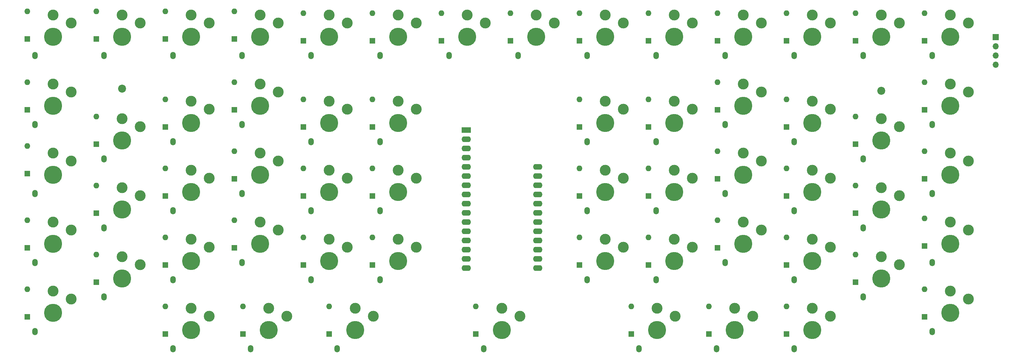
<source format=gbr>
%TF.GenerationSoftware,KiCad,Pcbnew,8.0.3*%
%TF.CreationDate,2024-11-08T10:21:23-08:00*%
%TF.ProjectId,return,72657475-726e-42e6-9b69-6361645f7063,rev?*%
%TF.SameCoordinates,Original*%
%TF.FileFunction,Soldermask,Top*%
%TF.FilePolarity,Negative*%
%FSLAX46Y46*%
G04 Gerber Fmt 4.6, Leading zero omitted, Abs format (unit mm)*
G04 Created by KiCad (PCBNEW 8.0.3) date 2024-11-08 10:21:23*
%MOMM*%
%LPD*%
G01*
G04 APERTURE LIST*
G04 Aperture macros list*
%AMRoundRect*
0 Rectangle with rounded corners*
0 $1 Rounding radius*
0 $2 $3 $4 $5 $6 $7 $8 $9 X,Y pos of 4 corners*
0 Add a 4 corners polygon primitive as box body*
4,1,4,$2,$3,$4,$5,$6,$7,$8,$9,$2,$3,0*
0 Add four circle primitives for the rounded corners*
1,1,$1+$1,$2,$3*
1,1,$1+$1,$4,$5*
1,1,$1+$1,$6,$7*
1,1,$1+$1,$8,$9*
0 Add four rect primitives between the rounded corners*
20,1,$1+$1,$2,$3,$4,$5,0*
20,1,$1+$1,$4,$5,$6,$7,0*
20,1,$1+$1,$6,$7,$8,$9,0*
20,1,$1+$1,$8,$9,$2,$3,0*%
G04 Aperture macros list end*
%ADD10C,2.200000*%
%ADD11R,1.700000X1.700000*%
%ADD12O,1.700000X1.700000*%
%ADD13RoundRect,0.250000X-1.050000X-0.550000X1.050000X-0.550000X1.050000X0.550000X-1.050000X0.550000X0*%
%ADD14O,2.600000X1.600000*%
%ADD15R,1.600000X1.600000*%
%ADD16O,1.600000X1.600000*%
%ADD17C,3.000000*%
%ADD18C,5.000000*%
%ADD19O,1.500000X2.000000*%
G04 APERTURE END LIST*
D10*
%TO.C,REF\u002A\u002A*%
X238130000Y-24408325D03*
%TD*%
%TO.C,REF\u002A\u002A*%
X28575600Y-23813000D03*
%TD*%
D11*
%TO.C,J1*%
X269682225Y-9644425D03*
D12*
X269682225Y-12184425D03*
X269682225Y-14724425D03*
X269682225Y-17264425D03*
%TD*%
D13*
%TO.C,A1*%
X123532275Y-35243400D03*
D14*
X123532275Y-37783400D03*
X123532275Y-40323400D03*
X123532275Y-42863400D03*
X123532275Y-45403400D03*
X123532275Y-47943400D03*
X123532275Y-50483400D03*
X123532275Y-53023400D03*
X123532275Y-55563400D03*
X123532275Y-58103400D03*
X123532275Y-60643400D03*
X123532275Y-63183400D03*
X123532275Y-65723400D03*
X123532275Y-68263400D03*
X123532275Y-70803400D03*
X123532275Y-73343400D03*
X143252275Y-73343400D03*
X143252275Y-70803400D03*
X143252275Y-68263400D03*
X143252275Y-65723400D03*
X143252275Y-63183400D03*
X143252275Y-60643400D03*
X143252275Y-58103400D03*
X143252275Y-55563400D03*
X143252275Y-53023400D03*
X143252275Y-50483400D03*
X143252275Y-47943400D03*
X143252275Y-45403400D03*
%TD*%
D15*
%TO.C,D13*%
X192881250Y-10597525D03*
D16*
X192881250Y-2977525D03*
%TD*%
D15*
%TO.C,D2*%
X21431250Y-10121275D03*
D16*
X21431250Y-2501275D03*
%TD*%
D17*
%TO.C,SW7*%
X90725000Y-5725000D03*
D18*
X85725000Y-9525000D03*
D17*
X85725000Y-3525000D03*
D19*
X80725000Y-14675000D03*
%TD*%
D17*
%TO.C,SW28*%
X52625000Y-29537500D03*
D18*
X47625000Y-33337500D03*
D17*
X47625000Y-27337500D03*
D19*
X42625000Y-38487500D03*
%TD*%
D17*
%TO.C,SW14*%
X224075000Y-5725000D03*
D18*
X219075000Y-9525000D03*
D17*
X219075000Y-3525000D03*
D19*
X214075000Y-14675000D03*
%TD*%
D17*
%TO.C,SW58*%
X138350000Y-86687500D03*
D18*
X133350000Y-90487500D03*
D17*
X133350000Y-84487500D03*
D19*
X128350000Y-95637500D03*
%TD*%
D17*
%TO.C,SW55*%
X52625000Y-86687500D03*
D18*
X47625000Y-90487500D03*
D17*
X47625000Y-84487500D03*
D19*
X42625000Y-95637500D03*
%TD*%
D17*
%TO.C,SW8*%
X109775000Y-5725000D03*
D18*
X104775000Y-9525000D03*
D17*
X104775000Y-3525000D03*
D19*
X99775000Y-14675000D03*
%TD*%
D15*
%TO.C,D17*%
X2381250Y-29647525D03*
D16*
X2381250Y-22027525D03*
%TD*%
D17*
%TO.C,SW51*%
X224075000Y-67637500D03*
D18*
X219075000Y-71437500D03*
D17*
X219075000Y-65437500D03*
D19*
X214075000Y-76587500D03*
%TD*%
D17*
%TO.C,SW61*%
X224075000Y-86687500D03*
D18*
X219075000Y-90487500D03*
D17*
X219075000Y-84487500D03*
D19*
X214075000Y-95637500D03*
%TD*%
D17*
%TO.C,SW27*%
X33575000Y-72400000D03*
D18*
X28575000Y-76200000D03*
D17*
X28575000Y-70200000D03*
D19*
X23575000Y-81350000D03*
%TD*%
D15*
%TO.C,D42*%
X154781250Y-72510025D03*
D16*
X154781250Y-64890025D03*
%TD*%
D15*
%TO.C,D53*%
X230981250Y-58222525D03*
D16*
X230981250Y-50602525D03*
%TD*%
D15*
%TO.C,D23*%
X250031250Y-67271275D03*
D16*
X250031250Y-59651275D03*
%TD*%
D15*
%TO.C,D44*%
X173831250Y-53460025D03*
D16*
X173831250Y-45840025D03*
%TD*%
D15*
%TO.C,D26*%
X21431250Y-58222525D03*
D16*
X21431250Y-50602525D03*
%TD*%
D15*
%TO.C,D45*%
X173831250Y-72510025D03*
D16*
X173831250Y-64890025D03*
%TD*%
D15*
%TO.C,D34*%
X78581250Y-34410025D03*
D16*
X78581250Y-26790025D03*
%TD*%
D15*
%TO.C,D24*%
X250031250Y-86797525D03*
D16*
X250031250Y-79177525D03*
%TD*%
D17*
%TO.C,SW19*%
X14525000Y-62875000D03*
D18*
X9525000Y-66675000D03*
D17*
X9525000Y-60675000D03*
D19*
X4525000Y-71825000D03*
%TD*%
D17*
%TO.C,SW24*%
X262175000Y-81925000D03*
D18*
X257175000Y-85725000D03*
D17*
X257175000Y-79725000D03*
D19*
X252175000Y-90875000D03*
%TD*%
D17*
%TO.C,SW60*%
X202647700Y-86689200D03*
D18*
X197647700Y-90489200D03*
D17*
X197647700Y-84489200D03*
D19*
X192647700Y-95639200D03*
%TD*%
D17*
%TO.C,SW3*%
X14525000Y-5725000D03*
D18*
X9525000Y-9525000D03*
D17*
X9525000Y-3525000D03*
D19*
X4525000Y-14675000D03*
%TD*%
D15*
%TO.C,D28*%
X40481250Y-34410025D03*
D16*
X40481250Y-26790025D03*
%TD*%
D15*
%TO.C,D39*%
X97631250Y-72510025D03*
D16*
X97631250Y-64890025D03*
%TD*%
D17*
%TO.C,SW22*%
X262175000Y-43825000D03*
D18*
X257175000Y-47625000D03*
D17*
X257175000Y-41625000D03*
D19*
X252175000Y-52775000D03*
%TD*%
D15*
%TO.C,D41*%
X154781250Y-53460025D03*
D16*
X154781250Y-45840025D03*
%TD*%
D17*
%TO.C,SW41*%
X166925000Y-48587500D03*
D18*
X161925000Y-52387500D03*
D17*
X161925000Y-46387500D03*
D19*
X156925000Y-57537500D03*
%TD*%
D17*
%TO.C,SW59*%
X181216200Y-86687500D03*
D18*
X176216200Y-90487500D03*
D17*
X176216200Y-84487500D03*
D19*
X171216200Y-95637500D03*
%TD*%
D17*
%TO.C,SW52*%
X243125000Y-34300000D03*
D18*
X238125000Y-38100000D03*
D17*
X238125000Y-32100000D03*
D19*
X233125000Y-43250000D03*
%TD*%
D15*
%TO.C,D56*%
X61912500Y-91560025D03*
D16*
X61912500Y-83940025D03*
%TD*%
D15*
%TO.C,D7*%
X78581250Y-10597525D03*
D16*
X78581250Y-2977525D03*
%TD*%
D17*
%TO.C,SW50*%
X224075000Y-48587500D03*
D18*
X219075000Y-52387500D03*
D17*
X219075000Y-46387500D03*
D19*
X214075000Y-57537500D03*
%TD*%
D15*
%TO.C,D6*%
X59531250Y-10121275D03*
D16*
X59531250Y-2501275D03*
%TD*%
D15*
%TO.C,D37*%
X97631250Y-34410025D03*
D16*
X97631250Y-26790025D03*
%TD*%
D15*
%TO.C,D14*%
X211931250Y-10597525D03*
D16*
X211931250Y-2977525D03*
%TD*%
D15*
%TO.C,D38*%
X97631250Y-53460025D03*
D16*
X97631250Y-45840025D03*
%TD*%
D15*
%TO.C,D25*%
X21431250Y-39172525D03*
D16*
X21431250Y-31552525D03*
%TD*%
D15*
%TO.C,D59*%
X169072450Y-91560025D03*
D16*
X169072450Y-83940025D03*
%TD*%
D15*
%TO.C,D57*%
X85725000Y-91560025D03*
D16*
X85725000Y-83940025D03*
%TD*%
D17*
%TO.C,SW15*%
X243125000Y-5725000D03*
D18*
X238125000Y-9525000D03*
D17*
X238125000Y-3525000D03*
D19*
X233125000Y-14675000D03*
%TD*%
D15*
%TO.C,D5*%
X40481250Y-10121275D03*
D16*
X40481250Y-2501275D03*
%TD*%
D15*
%TO.C,D49*%
X211931250Y-34410025D03*
D16*
X211931250Y-26790025D03*
%TD*%
D15*
%TO.C,D54*%
X230981250Y-77272525D03*
D16*
X230981250Y-69652525D03*
%TD*%
D15*
%TO.C,D61*%
X211931250Y-91560025D03*
D16*
X211931250Y-83940025D03*
%TD*%
D17*
%TO.C,SW4*%
X33575000Y-5725000D03*
D18*
X28575000Y-9525000D03*
D17*
X28575000Y-3525000D03*
D19*
X23575000Y-14675000D03*
%TD*%
D17*
%TO.C,SW49*%
X224075000Y-29537500D03*
D18*
X219075000Y-33337500D03*
D17*
X219075000Y-27337500D03*
D19*
X214075000Y-38487500D03*
%TD*%
D17*
%TO.C,SW43*%
X185975000Y-29537500D03*
D18*
X180975000Y-33337500D03*
D17*
X180975000Y-27337500D03*
D19*
X175975000Y-38487500D03*
%TD*%
D15*
%TO.C,D40*%
X154781250Y-34410025D03*
D16*
X154781250Y-26790025D03*
%TD*%
D15*
%TO.C,D20*%
X2381250Y-86797525D03*
D16*
X2381250Y-79177525D03*
%TD*%
D17*
%TO.C,SW17*%
X14525000Y-24775000D03*
D18*
X9525000Y-28575000D03*
D17*
X9525000Y-22575000D03*
D19*
X4525000Y-33725000D03*
%TD*%
D15*
%TO.C,D11*%
X154781250Y-10597525D03*
D16*
X154781250Y-2977525D03*
%TD*%
D15*
%TO.C,D1*%
X2380900Y-10121275D03*
D16*
X2380900Y-2501275D03*
%TD*%
D17*
%TO.C,SW25*%
X33575000Y-34300000D03*
D18*
X28575000Y-38100000D03*
D17*
X28575000Y-32100000D03*
D19*
X23575000Y-43250000D03*
%TD*%
D15*
%TO.C,D19*%
X2381250Y-67747525D03*
D16*
X2381250Y-60127525D03*
%TD*%
D17*
%TO.C,SW37*%
X109775000Y-29537500D03*
D18*
X104775000Y-33337500D03*
D17*
X104775000Y-27337500D03*
D19*
X99775000Y-38487500D03*
%TD*%
D15*
%TO.C,D50*%
X211931250Y-53460025D03*
D16*
X211931250Y-45840025D03*
%TD*%
D15*
%TO.C,D9*%
X116681250Y-10597525D03*
D16*
X116681250Y-2977525D03*
%TD*%
D17*
%TO.C,SW10*%
X147875000Y-5725000D03*
D18*
X142875000Y-9525000D03*
D17*
X142875000Y-3525000D03*
D19*
X137875000Y-14675000D03*
%TD*%
D15*
%TO.C,D8*%
X97631250Y-10597525D03*
D16*
X97631250Y-2977525D03*
%TD*%
D17*
%TO.C,SW46*%
X205025000Y-24775000D03*
D18*
X200025000Y-28575000D03*
D17*
X200025000Y-22575000D03*
D19*
X195025000Y-33725000D03*
%TD*%
D15*
%TO.C,D27*%
X21431250Y-77272525D03*
D16*
X21431250Y-69652525D03*
%TD*%
D15*
%TO.C,D33*%
X59531250Y-67747525D03*
D16*
X59531250Y-60127525D03*
%TD*%
D15*
%TO.C,D30*%
X40481250Y-72510025D03*
D16*
X40481250Y-64890025D03*
%TD*%
D17*
%TO.C,SW57*%
X97868750Y-86687500D03*
D18*
X92868750Y-90487500D03*
D17*
X92868750Y-84487500D03*
D19*
X87868750Y-95637500D03*
%TD*%
D17*
%TO.C,SW53*%
X243125000Y-53350000D03*
D18*
X238125000Y-57150000D03*
D17*
X238125000Y-51150000D03*
D19*
X233125000Y-62300000D03*
%TD*%
D17*
%TO.C,SW23*%
X262175000Y-62875000D03*
D18*
X257175000Y-66675000D03*
D17*
X257175000Y-60675000D03*
D19*
X252175000Y-71825000D03*
%TD*%
D17*
%TO.C,SW44*%
X185975000Y-48587500D03*
D18*
X180975000Y-52387500D03*
D17*
X180975000Y-46387500D03*
D19*
X175975000Y-57537500D03*
%TD*%
D17*
%TO.C,SW29*%
X52625000Y-48587500D03*
D18*
X47625000Y-52387500D03*
D17*
X47625000Y-46387500D03*
D19*
X42625000Y-57537500D03*
%TD*%
D15*
%TO.C,D15*%
X230981250Y-10597525D03*
D16*
X230981250Y-2977525D03*
%TD*%
D15*
%TO.C,D52*%
X230981250Y-39172525D03*
D16*
X230981250Y-31552525D03*
%TD*%
D15*
%TO.C,D16*%
X250031250Y-10597525D03*
D16*
X250031250Y-2977525D03*
%TD*%
D15*
%TO.C,D31*%
X59531250Y-29647525D03*
D16*
X59531250Y-22027525D03*
%TD*%
D15*
%TO.C,D43*%
X173831250Y-34410025D03*
D16*
X173831250Y-26790025D03*
%TD*%
D17*
%TO.C,SW45*%
X185975000Y-67637500D03*
D18*
X180975000Y-71437500D03*
D17*
X180975000Y-65437500D03*
D19*
X175975000Y-76587500D03*
%TD*%
D15*
%TO.C,D36*%
X78581250Y-72510025D03*
D16*
X78581250Y-64890025D03*
%TD*%
D17*
%TO.C,SW35*%
X90725000Y-48587500D03*
D18*
X85725000Y-52387500D03*
D17*
X85725000Y-46387500D03*
D19*
X80725000Y-57537500D03*
%TD*%
D17*
%TO.C,SW48*%
X205025000Y-62875000D03*
D18*
X200025000Y-66675000D03*
D17*
X200025000Y-60675000D03*
D19*
X195025000Y-71825000D03*
%TD*%
D17*
%TO.C,SW13*%
X205025000Y-5725000D03*
D18*
X200025000Y-9525000D03*
D17*
X200025000Y-3525000D03*
D19*
X195025000Y-14675000D03*
%TD*%
D17*
%TO.C,SW11*%
X166925000Y-5725000D03*
D18*
X161925000Y-9525000D03*
D17*
X161925000Y-3525000D03*
D19*
X156925000Y-14675000D03*
%TD*%
D15*
%TO.C,D32*%
X59531250Y-48697525D03*
D16*
X59531250Y-41077525D03*
%TD*%
D17*
%TO.C,SW36*%
X90725000Y-67637500D03*
D18*
X85725000Y-71437500D03*
D17*
X85725000Y-65437500D03*
D19*
X80725000Y-76587500D03*
%TD*%
D17*
%TO.C,SW38*%
X109775000Y-48587500D03*
D18*
X104775000Y-52387500D03*
D17*
X104775000Y-46387500D03*
D19*
X99775000Y-57537500D03*
%TD*%
D17*
%TO.C,SW21*%
X262175000Y-24775000D03*
D18*
X257175000Y-28575000D03*
D17*
X257175000Y-22575000D03*
D19*
X252175000Y-33725000D03*
%TD*%
D17*
%TO.C,SW33*%
X71675000Y-62875000D03*
D18*
X66675000Y-66675000D03*
D17*
X66675000Y-60675000D03*
D19*
X61675000Y-71825000D03*
%TD*%
D17*
%TO.C,SW31*%
X71675000Y-24775000D03*
D18*
X66675000Y-28575000D03*
D17*
X66675000Y-22575000D03*
D19*
X61675000Y-33725000D03*
%TD*%
D17*
%TO.C,SW34*%
X90725000Y-29537500D03*
D18*
X85725000Y-33337500D03*
D17*
X85725000Y-27337500D03*
D19*
X80725000Y-38487500D03*
%TD*%
D17*
%TO.C,SW47*%
X205025000Y-43825000D03*
D18*
X200025000Y-47625000D03*
D17*
X200025000Y-41625000D03*
D19*
X195025000Y-52775000D03*
%TD*%
D17*
%TO.C,SW56*%
X74056250Y-86687500D03*
D18*
X69056250Y-90487500D03*
D17*
X69056250Y-84487500D03*
D19*
X64056250Y-95637500D03*
%TD*%
D15*
%TO.C,D35*%
X78581250Y-53460025D03*
D16*
X78581250Y-45840025D03*
%TD*%
D15*
%TO.C,D18*%
X2381250Y-47268775D03*
D16*
X2381250Y-39648775D03*
%TD*%
D17*
%TO.C,SW26*%
X33575000Y-53350000D03*
D18*
X28575000Y-57150000D03*
D17*
X28575000Y-51150000D03*
D19*
X23575000Y-62300000D03*
%TD*%
D17*
%TO.C,SW54*%
X243125000Y-72400000D03*
D18*
X238125000Y-76200000D03*
D17*
X238125000Y-70200000D03*
D19*
X233125000Y-81350000D03*
%TD*%
D15*
%TO.C,D47*%
X192881250Y-48697525D03*
D16*
X192881250Y-41077525D03*
%TD*%
D15*
%TO.C,D21*%
X250031250Y-29647525D03*
D16*
X250031250Y-22027525D03*
%TD*%
D15*
%TO.C,D10*%
X135731250Y-10597525D03*
D16*
X135731250Y-2977525D03*
%TD*%
D17*
%TO.C,SW9*%
X128825000Y-5725000D03*
D18*
X123825000Y-9525000D03*
D17*
X123825000Y-3525000D03*
D19*
X118825000Y-14675000D03*
%TD*%
D17*
%TO.C,SW16*%
X262175000Y-5725000D03*
D18*
X257175000Y-9525000D03*
D17*
X257175000Y-3525000D03*
D19*
X252175000Y-14675000D03*
%TD*%
D15*
%TO.C,D12*%
X173831250Y-10597525D03*
D16*
X173831250Y-2977525D03*
%TD*%
D15*
%TO.C,D29*%
X40481250Y-53460025D03*
D16*
X40481250Y-45840025D03*
%TD*%
D17*
%TO.C,SW5*%
X52625000Y-5725000D03*
D18*
X47625000Y-9525000D03*
D17*
X47625000Y-3525000D03*
D19*
X42625000Y-14675000D03*
%TD*%
D17*
%TO.C,SW42*%
X166925000Y-67637500D03*
D18*
X161925000Y-71437500D03*
D17*
X161925000Y-65437500D03*
D19*
X156925000Y-76587500D03*
%TD*%
D17*
%TO.C,SW32*%
X71675000Y-43825000D03*
D18*
X66675000Y-47625000D03*
D17*
X66675000Y-41625000D03*
D19*
X61675000Y-52775000D03*
%TD*%
D15*
%TO.C,D48*%
X192881250Y-67747525D03*
D16*
X192881250Y-60127525D03*
%TD*%
D17*
%TO.C,SW6*%
X71675000Y-5725000D03*
D18*
X66675000Y-9525000D03*
D17*
X66675000Y-3525000D03*
D19*
X61675000Y-14675000D03*
%TD*%
D17*
%TO.C,SW12*%
X185975000Y-5725000D03*
D18*
X180975000Y-9525000D03*
D17*
X180975000Y-3525000D03*
D19*
X175975000Y-14675000D03*
%TD*%
D15*
%TO.C,D55*%
X40481250Y-91560025D03*
D16*
X40481250Y-83940025D03*
%TD*%
D15*
%TO.C,D60*%
X190503950Y-91561725D03*
D16*
X190503950Y-83941725D03*
%TD*%
D17*
%TO.C,SW40*%
X166925000Y-29537500D03*
D18*
X161925000Y-33337500D03*
D17*
X161925000Y-27337500D03*
D19*
X156925000Y-38487500D03*
%TD*%
D15*
%TO.C,D46*%
X192881250Y-29647525D03*
D16*
X192881250Y-22027525D03*
%TD*%
D15*
%TO.C,D51*%
X211931250Y-72510025D03*
D16*
X211931250Y-64890025D03*
%TD*%
D17*
%TO.C,SW18*%
X14525000Y-43825000D03*
D18*
X9525000Y-47625000D03*
D17*
X9525000Y-41625000D03*
D19*
X4525000Y-52775000D03*
%TD*%
D15*
%TO.C,D58*%
X126206250Y-91560025D03*
D16*
X126206250Y-83940025D03*
%TD*%
D17*
%TO.C,SW39*%
X109775000Y-67637500D03*
D18*
X104775000Y-71437500D03*
D17*
X104775000Y-65437500D03*
D19*
X99775000Y-76587500D03*
%TD*%
D17*
%TO.C,SW20*%
X14525000Y-81925000D03*
D18*
X9525000Y-85725000D03*
D17*
X9525000Y-79725000D03*
D19*
X4525000Y-90875000D03*
%TD*%
D15*
%TO.C,D22*%
X250031250Y-48697525D03*
D16*
X250031250Y-41077525D03*
%TD*%
D17*
%TO.C,SW30*%
X52625000Y-67637500D03*
D18*
X47625000Y-71437500D03*
D17*
X47625000Y-65437500D03*
D19*
X42625000Y-76587500D03*
%TD*%
M02*

</source>
